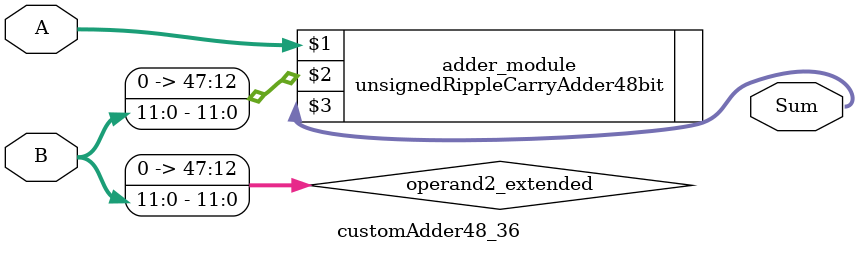
<source format=v>
module customAdder48_36(
                        input [47 : 0] A,
                        input [11 : 0] B,
                        
                        output [48 : 0] Sum
                );

        wire [47 : 0] operand2_extended;
        
        assign operand2_extended =  {36'b0, B};
        
        unsignedRippleCarryAdder48bit adder_module(
            A,
            operand2_extended,
            Sum
        );
        
        endmodule
        
</source>
